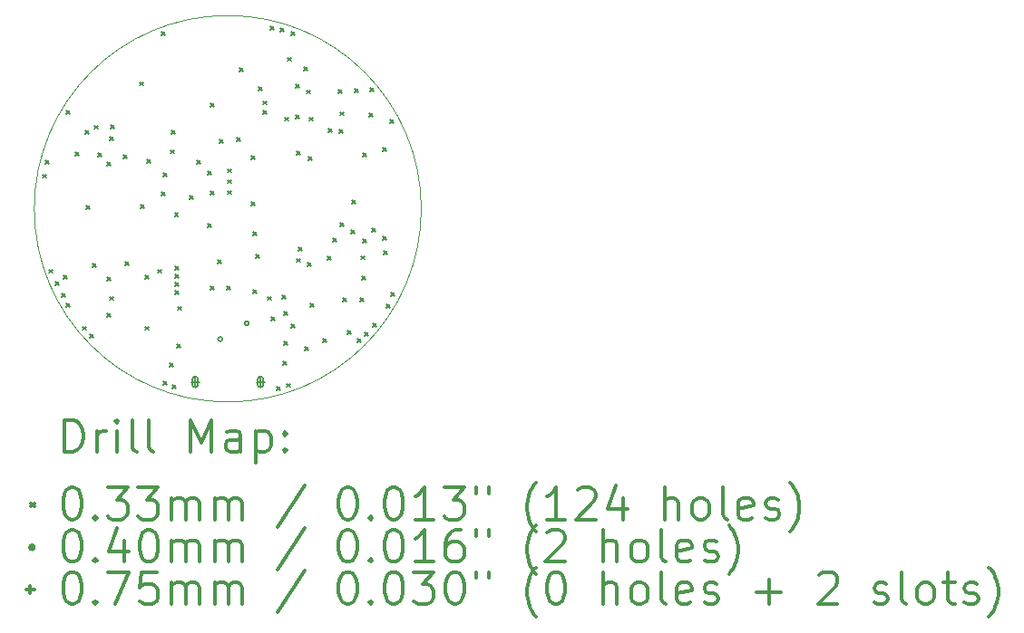
<source format=gbr>
%FSLAX45Y45*%
G04 Gerber Fmt 4.5, Leading zero omitted, Abs format (unit mm)*
G04 Created by KiCad*
%MOMM*%
%LPD*%
G01*
G04 APERTURE LIST*
%TA.AperFunction,Profile*%
%ADD10C,0.050000*%
%TD*%
%ADD11C,0.200000*%
%ADD12C,0.300000*%
G04 APERTURE END LIST*
D10*
X9426260Y-10160000D02*
G75*
G02*
X7620000Y-11966260I-1806260J0D01*
G01*
X7620000Y-11966260D02*
G75*
G02*
X5813740Y-10160000I0J1806260D01*
G01*
X5813740Y-10160000D02*
G75*
G02*
X7620000Y-8353740I1806260J0D01*
G01*
X7620000Y-8353740D02*
G75*
G02*
X9426260Y-10160000I0J-1806260D01*
G01*
D11*
X5888990Y-9838690D02*
X5922010Y-9871710D01*
X5922010Y-9838690D02*
X5888990Y-9871710D01*
X5920740Y-9705340D02*
X5953760Y-9738360D01*
X5953760Y-9705340D02*
X5920740Y-9738360D01*
X5952490Y-10727690D02*
X5985510Y-10760710D01*
X5985510Y-10727690D02*
X5952490Y-10760710D01*
X6010910Y-10839450D02*
X6043930Y-10872470D01*
X6043930Y-10839450D02*
X6010910Y-10872470D01*
X6066790Y-10948670D02*
X6099810Y-10981690D01*
X6099810Y-10948670D02*
X6066790Y-10981690D01*
X6089650Y-10783570D02*
X6122670Y-10816590D01*
X6122670Y-10783570D02*
X6089650Y-10816590D01*
X6109970Y-9239250D02*
X6142990Y-9272270D01*
X6142990Y-9239250D02*
X6109970Y-9272270D01*
X6109970Y-11047730D02*
X6142990Y-11080750D01*
X6142990Y-11047730D02*
X6109970Y-11080750D01*
X6200140Y-9629140D02*
X6233160Y-9662160D01*
X6233160Y-9629140D02*
X6200140Y-9662160D01*
X6262370Y-11261090D02*
X6295390Y-11294110D01*
X6295390Y-11261090D02*
X6262370Y-11294110D01*
X6289040Y-9425940D02*
X6322060Y-9458960D01*
X6322060Y-9425940D02*
X6289040Y-9458960D01*
X6295390Y-10133340D02*
X6328410Y-10166360D01*
X6328410Y-10133340D02*
X6295390Y-10166360D01*
X6328410Y-11332210D02*
X6361430Y-11365230D01*
X6361430Y-11332210D02*
X6328410Y-11365230D01*
X6353810Y-10671810D02*
X6386830Y-10704830D01*
X6386830Y-10671810D02*
X6353810Y-10704830D01*
X6371590Y-9381490D02*
X6404610Y-9414510D01*
X6404610Y-9381490D02*
X6371590Y-9414510D01*
X6411987Y-9643343D02*
X6445007Y-9676363D01*
X6445007Y-9643343D02*
X6411987Y-9676363D01*
X6489529Y-9720884D02*
X6522549Y-9753904D01*
X6522549Y-9720884D02*
X6489529Y-9753904D01*
X6490970Y-11139170D02*
X6523990Y-11172190D01*
X6523990Y-11139170D02*
X6490970Y-11172190D01*
X6496050Y-10798810D02*
X6529070Y-10831830D01*
X6529070Y-10798810D02*
X6496050Y-10831830D01*
X6516370Y-10981690D02*
X6549390Y-11014710D01*
X6549390Y-10981690D02*
X6516370Y-11014710D01*
X6517640Y-9489440D02*
X6550660Y-9522460D01*
X6550660Y-9489440D02*
X6517640Y-9522460D01*
X6523990Y-9375140D02*
X6557010Y-9408160D01*
X6557010Y-9375140D02*
X6523990Y-9408160D01*
X6644640Y-9654540D02*
X6677660Y-9687560D01*
X6677660Y-9654540D02*
X6644640Y-9687560D01*
X6660897Y-10657519D02*
X6693917Y-10690539D01*
X6693917Y-10657519D02*
X6660897Y-10690539D01*
X6795770Y-8975090D02*
X6828790Y-9008110D01*
X6828790Y-8975090D02*
X6795770Y-9008110D01*
X6804781Y-10123779D02*
X6837801Y-10156799D01*
X6837801Y-10123779D02*
X6804781Y-10156799D01*
X6846570Y-10783570D02*
X6879590Y-10816590D01*
X6879590Y-10783570D02*
X6846570Y-10816590D01*
X6846570Y-11261090D02*
X6879590Y-11294110D01*
X6879590Y-11261090D02*
X6846570Y-11294110D01*
X6861810Y-9698980D02*
X6894830Y-9732000D01*
X6894830Y-9698980D02*
X6861810Y-9732000D01*
X6968480Y-10727690D02*
X7001500Y-10760710D01*
X7001500Y-10727690D02*
X6968480Y-10760710D01*
X6998970Y-8507730D02*
X7031990Y-8540750D01*
X7031990Y-8507730D02*
X6998970Y-8540750D01*
X7004050Y-10001250D02*
X7037070Y-10034270D01*
X7037070Y-10001250D02*
X7004050Y-10034270D01*
X7014210Y-11774170D02*
X7047230Y-11807190D01*
X7047230Y-11774170D02*
X7014210Y-11807190D01*
X7019290Y-9822700D02*
X7052310Y-9855720D01*
X7052310Y-9822700D02*
X7019290Y-9855720D01*
X7080250Y-11606530D02*
X7113270Y-11639550D01*
X7113270Y-11606530D02*
X7080250Y-11639550D01*
X7085330Y-9610090D02*
X7118350Y-9643110D01*
X7118350Y-9610090D02*
X7085330Y-9643110D01*
X7090410Y-9427210D02*
X7123430Y-9460230D01*
X7123430Y-9427210D02*
X7090410Y-9460230D01*
X7105650Y-11804650D02*
X7138670Y-11837670D01*
X7138670Y-11804650D02*
X7105650Y-11837670D01*
X7123440Y-10199370D02*
X7156460Y-10232390D01*
X7156460Y-10199370D02*
X7123440Y-10232390D01*
X7125970Y-10697210D02*
X7158990Y-10730230D01*
X7158990Y-10697210D02*
X7125970Y-10730230D01*
X7125970Y-10773410D02*
X7158990Y-10806430D01*
X7158990Y-10773410D02*
X7125970Y-10806430D01*
X7125970Y-10849610D02*
X7158990Y-10882630D01*
X7158990Y-10849610D02*
X7125970Y-10882630D01*
X7125970Y-10925810D02*
X7158990Y-10958830D01*
X7158990Y-10925810D02*
X7125970Y-10958830D01*
X7146290Y-11428730D02*
X7179310Y-11461750D01*
X7179310Y-11428730D02*
X7146290Y-11461750D01*
X7156450Y-11075200D02*
X7189470Y-11108220D01*
X7189470Y-11075200D02*
X7156450Y-11108220D01*
X7261622Y-10038318D02*
X7294642Y-10071338D01*
X7294642Y-10038318D02*
X7261622Y-10071338D01*
X7329170Y-9706610D02*
X7362190Y-9739630D01*
X7362190Y-9706610D02*
X7329170Y-9739630D01*
X7430770Y-10303510D02*
X7463790Y-10336530D01*
X7463790Y-10303510D02*
X7430770Y-10336530D01*
X7433320Y-9808210D02*
X7466340Y-9841230D01*
X7466340Y-9808210D02*
X7433320Y-9841230D01*
X7456170Y-9173210D02*
X7489190Y-9206230D01*
X7489190Y-9173210D02*
X7456170Y-9206230D01*
X7456170Y-10885170D02*
X7489190Y-10918190D01*
X7489190Y-10885170D02*
X7456170Y-10918190D01*
X7461250Y-9996170D02*
X7494270Y-10029190D01*
X7494270Y-9996170D02*
X7461250Y-10029190D01*
X7522941Y-10636672D02*
X7555961Y-10669692D01*
X7555961Y-10636672D02*
X7522941Y-10669692D01*
X7544851Y-9510811D02*
X7577871Y-9543831D01*
X7577871Y-9510811D02*
X7544851Y-9543831D01*
X7608570Y-10885170D02*
X7641590Y-10918190D01*
X7641590Y-10885170D02*
X7608570Y-10918190D01*
X7617090Y-9787890D02*
X7650110Y-9820910D01*
X7650110Y-9787890D02*
X7617090Y-9820910D01*
X7617090Y-9889490D02*
X7650110Y-9922510D01*
X7650110Y-9889490D02*
X7617090Y-9922510D01*
X7617090Y-9991090D02*
X7650110Y-10024110D01*
X7650110Y-9991090D02*
X7617090Y-10024110D01*
X7700010Y-9493250D02*
X7733030Y-9526270D01*
X7733030Y-9493250D02*
X7700010Y-9526270D01*
X7725410Y-8843010D02*
X7758430Y-8876030D01*
X7758430Y-8843010D02*
X7725410Y-8876030D01*
X7842250Y-9665970D02*
X7875270Y-9698990D01*
X7875270Y-9665970D02*
X7842250Y-9698990D01*
X7842250Y-10097770D02*
X7875270Y-10130790D01*
X7875270Y-10097770D02*
X7842250Y-10130790D01*
X7857490Y-10372731D02*
X7890510Y-10405751D01*
X7890510Y-10372731D02*
X7857490Y-10405751D01*
X7857490Y-10920730D02*
X7890510Y-10953750D01*
X7890510Y-10920730D02*
X7857490Y-10953750D01*
X7882890Y-10590231D02*
X7915910Y-10623251D01*
X7915910Y-10590231D02*
X7882890Y-10623251D01*
X7904990Y-9019040D02*
X7938010Y-9052060D01*
X7938010Y-9019040D02*
X7904990Y-9052060D01*
X7952740Y-9152890D02*
X7985760Y-9185910D01*
X7985760Y-9152890D02*
X7952740Y-9185910D01*
X7952740Y-9241470D02*
X7985760Y-9274490D01*
X7985760Y-9241470D02*
X7952740Y-9274490D01*
X7989570Y-10981690D02*
X8022590Y-11014710D01*
X8022590Y-10981690D02*
X7989570Y-11014710D01*
X8020050Y-8451850D02*
X8053070Y-8484870D01*
X8053070Y-8451850D02*
X8020050Y-8484870D01*
X8023915Y-11174002D02*
X8056935Y-11207022D01*
X8056935Y-11174002D02*
X8023915Y-11207022D01*
X8075930Y-11824970D02*
X8108950Y-11857990D01*
X8108950Y-11824970D02*
X8075930Y-11857990D01*
X8106410Y-8472170D02*
X8139430Y-8505190D01*
X8139430Y-8472170D02*
X8106410Y-8505190D01*
X8126730Y-10971530D02*
X8159750Y-11004550D01*
X8159750Y-10971530D02*
X8126730Y-11004550D01*
X8136890Y-11586210D02*
X8169910Y-11619230D01*
X8169910Y-11586210D02*
X8136890Y-11619230D01*
X8141970Y-11118850D02*
X8174990Y-11151870D01*
X8174990Y-11118850D02*
X8141970Y-11151870D01*
X8147050Y-11403330D02*
X8180070Y-11436350D01*
X8180070Y-11403330D02*
X8147050Y-11436350D01*
X8149590Y-9305290D02*
X8182610Y-9338310D01*
X8182610Y-9305290D02*
X8149590Y-9338310D01*
X8172450Y-11794490D02*
X8205470Y-11827510D01*
X8205470Y-11794490D02*
X8172450Y-11827510D01*
X8174990Y-8746490D02*
X8208010Y-8779510D01*
X8208010Y-8746490D02*
X8174990Y-8779510D01*
X8208010Y-8502650D02*
X8241030Y-8535670D01*
X8241030Y-8502650D02*
X8208010Y-8535670D01*
X8208010Y-11242040D02*
X8241030Y-11275060D01*
X8241030Y-11242040D02*
X8208010Y-11275060D01*
X8257540Y-8994140D02*
X8290560Y-9027160D01*
X8290560Y-8994140D02*
X8257540Y-9027160D01*
X8257540Y-9286240D02*
X8290560Y-9319260D01*
X8290560Y-9286240D02*
X8257540Y-9319260D01*
X8258810Y-9620250D02*
X8291830Y-9653270D01*
X8291830Y-9620250D02*
X8258810Y-9653270D01*
X8263890Y-10626090D02*
X8296910Y-10659110D01*
X8296910Y-10626090D02*
X8263890Y-10659110D01*
X8279130Y-10517731D02*
X8312150Y-10550751D01*
X8312150Y-10517731D02*
X8279130Y-10550751D01*
X8329930Y-8837930D02*
X8362950Y-8870950D01*
X8362950Y-8837930D02*
X8329930Y-8870950D01*
X8335010Y-11454130D02*
X8368030Y-11487150D01*
X8368030Y-11454130D02*
X8335010Y-11487150D01*
X8359140Y-9051290D02*
X8392160Y-9084310D01*
X8392160Y-9051290D02*
X8359140Y-9084310D01*
X8365490Y-10666730D02*
X8398510Y-10699750D01*
X8398510Y-10666730D02*
X8365490Y-10699750D01*
X8370570Y-9671050D02*
X8403590Y-9704070D01*
X8403590Y-9671050D02*
X8370570Y-9704070D01*
X8378190Y-9305290D02*
X8411210Y-9338310D01*
X8411210Y-9305290D02*
X8378190Y-9338310D01*
X8391252Y-11045053D02*
X8424272Y-11078073D01*
X8424272Y-11045053D02*
X8391252Y-11078073D01*
X8507730Y-11377930D02*
X8540750Y-11410950D01*
X8540750Y-11377930D02*
X8507730Y-11410950D01*
X8553450Y-10605770D02*
X8586470Y-10638790D01*
X8586470Y-10605770D02*
X8553450Y-10638790D01*
X8557909Y-9411321D02*
X8590929Y-9444341D01*
X8590929Y-9411321D02*
X8557909Y-9444341D01*
X8599170Y-10433050D02*
X8632190Y-10466070D01*
X8632190Y-10433050D02*
X8599170Y-10466070D01*
X8651240Y-9045580D02*
X8684260Y-9078600D01*
X8684260Y-9045580D02*
X8651240Y-9078600D01*
X8657551Y-9416507D02*
X8690571Y-9449527D01*
X8690571Y-9416507D02*
X8657551Y-9449527D01*
X8670265Y-9254465D02*
X8703285Y-9287485D01*
X8703285Y-9254465D02*
X8670265Y-9287485D01*
X8670290Y-10289540D02*
X8703310Y-10322560D01*
X8703310Y-10289540D02*
X8670290Y-10322560D01*
X8695690Y-10996930D02*
X8728710Y-11029950D01*
X8728710Y-10996930D02*
X8695690Y-11029950D01*
X8736330Y-11296650D02*
X8769350Y-11329670D01*
X8769350Y-11296650D02*
X8736330Y-11329670D01*
X8771890Y-10356850D02*
X8804910Y-10389870D01*
X8804910Y-10356850D02*
X8771890Y-10389870D01*
X8776970Y-10077450D02*
X8809990Y-10110470D01*
X8809990Y-10077450D02*
X8776970Y-10110470D01*
X8802370Y-9036050D02*
X8835390Y-9069070D01*
X8835390Y-9036050D02*
X8802370Y-9069070D01*
X8827770Y-11377930D02*
X8860790Y-11410950D01*
X8860790Y-11377930D02*
X8827770Y-11410950D01*
X8855700Y-10991850D02*
X8888720Y-11024870D01*
X8888720Y-10991850D02*
X8855700Y-11024870D01*
X8863330Y-10600690D02*
X8896350Y-10633710D01*
X8896350Y-10600690D02*
X8863330Y-10633710D01*
X8873490Y-10793490D02*
X8906510Y-10826510D01*
X8906510Y-10793490D02*
X8873490Y-10826510D01*
X8878570Y-9640570D02*
X8911590Y-9673590D01*
X8911590Y-9640570D02*
X8878570Y-9673590D01*
X8878570Y-10443210D02*
X8911590Y-10476230D01*
X8911590Y-10443210D02*
X8878570Y-10476230D01*
X8898890Y-11316970D02*
X8931910Y-11349990D01*
X8931910Y-11316970D02*
X8898890Y-11349990D01*
X8936990Y-9267190D02*
X8970010Y-9300210D01*
X8970010Y-9267190D02*
X8936990Y-9300210D01*
X8949690Y-9028430D02*
X8982710Y-9061450D01*
X8982710Y-9028430D02*
X8949690Y-9061450D01*
X8962390Y-10340340D02*
X8995410Y-10373360D01*
X8995410Y-10340340D02*
X8962390Y-10373360D01*
X8970010Y-11233150D02*
X9003030Y-11266170D01*
X9003030Y-11233150D02*
X8970010Y-11266170D01*
X9069960Y-9591780D02*
X9102980Y-9624800D01*
X9102980Y-9591780D02*
X9069960Y-9624800D01*
X9069960Y-10420441D02*
X9102980Y-10453461D01*
X9102980Y-10420441D02*
X9069960Y-10453461D01*
X9076690Y-10554970D02*
X9109710Y-10587990D01*
X9109710Y-10554970D02*
X9076690Y-10587990D01*
X9097010Y-11051540D02*
X9130030Y-11084560D01*
X9130030Y-11051540D02*
X9097010Y-11084560D01*
X9137650Y-9325610D02*
X9170670Y-9358630D01*
X9170670Y-9325610D02*
X9137650Y-9358630D01*
X9142730Y-10946130D02*
X9175750Y-10979150D01*
X9175750Y-10946130D02*
X9142730Y-10979150D01*
X7567500Y-11379200D02*
G75*
G03*
X7567500Y-11379200I-20000J0D01*
G01*
X7815870Y-11231220D02*
G75*
G03*
X7815870Y-11231220I-20000J0D01*
G01*
X7315200Y-11741750D02*
X7315200Y-11816750D01*
X7277700Y-11779250D02*
X7352700Y-11779250D01*
X7287700Y-11756750D02*
X7287700Y-11801750D01*
X7342700Y-11756750D02*
X7342700Y-11801750D01*
X7287700Y-11801750D02*
G75*
G03*
X7342700Y-11801750I27500J0D01*
G01*
X7342700Y-11756750D02*
G75*
G03*
X7287700Y-11756750I-27500J0D01*
G01*
X7924800Y-11741750D02*
X7924800Y-11816750D01*
X7887300Y-11779250D02*
X7962300Y-11779250D01*
X7897300Y-11756750D02*
X7897300Y-11801750D01*
X7952300Y-11756750D02*
X7952300Y-11801750D01*
X7897300Y-11801750D02*
G75*
G03*
X7952300Y-11801750I27500J0D01*
G01*
X7952300Y-11756750D02*
G75*
G03*
X7897300Y-11756750I-27500J0D01*
G01*
D12*
X6097669Y-12434474D02*
X6097669Y-12134474D01*
X6169097Y-12134474D01*
X6211954Y-12148760D01*
X6240526Y-12177331D01*
X6254812Y-12205903D01*
X6269097Y-12263045D01*
X6269097Y-12305903D01*
X6254812Y-12363045D01*
X6240526Y-12391617D01*
X6211954Y-12420188D01*
X6169097Y-12434474D01*
X6097669Y-12434474D01*
X6397669Y-12434474D02*
X6397669Y-12234474D01*
X6397669Y-12291617D02*
X6411954Y-12263045D01*
X6426240Y-12248760D01*
X6454812Y-12234474D01*
X6483383Y-12234474D01*
X6583383Y-12434474D02*
X6583383Y-12234474D01*
X6583383Y-12134474D02*
X6569097Y-12148760D01*
X6583383Y-12163045D01*
X6597669Y-12148760D01*
X6583383Y-12134474D01*
X6583383Y-12163045D01*
X6769097Y-12434474D02*
X6740526Y-12420188D01*
X6726240Y-12391617D01*
X6726240Y-12134474D01*
X6926240Y-12434474D02*
X6897669Y-12420188D01*
X6883383Y-12391617D01*
X6883383Y-12134474D01*
X7269097Y-12434474D02*
X7269097Y-12134474D01*
X7369097Y-12348760D01*
X7469097Y-12134474D01*
X7469097Y-12434474D01*
X7740526Y-12434474D02*
X7740526Y-12277331D01*
X7726240Y-12248760D01*
X7697669Y-12234474D01*
X7640526Y-12234474D01*
X7611954Y-12248760D01*
X7740526Y-12420188D02*
X7711954Y-12434474D01*
X7640526Y-12434474D01*
X7611954Y-12420188D01*
X7597669Y-12391617D01*
X7597669Y-12363045D01*
X7611954Y-12334474D01*
X7640526Y-12320188D01*
X7711954Y-12320188D01*
X7740526Y-12305903D01*
X7883383Y-12234474D02*
X7883383Y-12534474D01*
X7883383Y-12248760D02*
X7911954Y-12234474D01*
X7969097Y-12234474D01*
X7997669Y-12248760D01*
X8011954Y-12263045D01*
X8026240Y-12291617D01*
X8026240Y-12377331D01*
X8011954Y-12405903D01*
X7997669Y-12420188D01*
X7969097Y-12434474D01*
X7911954Y-12434474D01*
X7883383Y-12420188D01*
X8154812Y-12405903D02*
X8169097Y-12420188D01*
X8154812Y-12434474D01*
X8140526Y-12420188D01*
X8154812Y-12405903D01*
X8154812Y-12434474D01*
X8154812Y-12248760D02*
X8169097Y-12263045D01*
X8154812Y-12277331D01*
X8140526Y-12263045D01*
X8154812Y-12248760D01*
X8154812Y-12277331D01*
X5778220Y-12912250D02*
X5811240Y-12945270D01*
X5811240Y-12912250D02*
X5778220Y-12945270D01*
X6154812Y-12764474D02*
X6183383Y-12764474D01*
X6211954Y-12778760D01*
X6226240Y-12793045D01*
X6240526Y-12821617D01*
X6254812Y-12878760D01*
X6254812Y-12950188D01*
X6240526Y-13007331D01*
X6226240Y-13035903D01*
X6211954Y-13050188D01*
X6183383Y-13064474D01*
X6154812Y-13064474D01*
X6126240Y-13050188D01*
X6111954Y-13035903D01*
X6097669Y-13007331D01*
X6083383Y-12950188D01*
X6083383Y-12878760D01*
X6097669Y-12821617D01*
X6111954Y-12793045D01*
X6126240Y-12778760D01*
X6154812Y-12764474D01*
X6383383Y-13035903D02*
X6397669Y-13050188D01*
X6383383Y-13064474D01*
X6369097Y-13050188D01*
X6383383Y-13035903D01*
X6383383Y-13064474D01*
X6497669Y-12764474D02*
X6683383Y-12764474D01*
X6583383Y-12878760D01*
X6626240Y-12878760D01*
X6654812Y-12893045D01*
X6669097Y-12907331D01*
X6683383Y-12935903D01*
X6683383Y-13007331D01*
X6669097Y-13035903D01*
X6654812Y-13050188D01*
X6626240Y-13064474D01*
X6540526Y-13064474D01*
X6511954Y-13050188D01*
X6497669Y-13035903D01*
X6783383Y-12764474D02*
X6969097Y-12764474D01*
X6869097Y-12878760D01*
X6911954Y-12878760D01*
X6940526Y-12893045D01*
X6954812Y-12907331D01*
X6969097Y-12935903D01*
X6969097Y-13007331D01*
X6954812Y-13035903D01*
X6940526Y-13050188D01*
X6911954Y-13064474D01*
X6826240Y-13064474D01*
X6797669Y-13050188D01*
X6783383Y-13035903D01*
X7097669Y-13064474D02*
X7097669Y-12864474D01*
X7097669Y-12893045D02*
X7111954Y-12878760D01*
X7140526Y-12864474D01*
X7183383Y-12864474D01*
X7211954Y-12878760D01*
X7226240Y-12907331D01*
X7226240Y-13064474D01*
X7226240Y-12907331D02*
X7240526Y-12878760D01*
X7269097Y-12864474D01*
X7311954Y-12864474D01*
X7340526Y-12878760D01*
X7354812Y-12907331D01*
X7354812Y-13064474D01*
X7497669Y-13064474D02*
X7497669Y-12864474D01*
X7497669Y-12893045D02*
X7511954Y-12878760D01*
X7540526Y-12864474D01*
X7583383Y-12864474D01*
X7611954Y-12878760D01*
X7626240Y-12907331D01*
X7626240Y-13064474D01*
X7626240Y-12907331D02*
X7640526Y-12878760D01*
X7669097Y-12864474D01*
X7711954Y-12864474D01*
X7740526Y-12878760D01*
X7754812Y-12907331D01*
X7754812Y-13064474D01*
X8340526Y-12750188D02*
X8083383Y-13135903D01*
X8726240Y-12764474D02*
X8754812Y-12764474D01*
X8783383Y-12778760D01*
X8797669Y-12793045D01*
X8811954Y-12821617D01*
X8826240Y-12878760D01*
X8826240Y-12950188D01*
X8811954Y-13007331D01*
X8797669Y-13035903D01*
X8783383Y-13050188D01*
X8754812Y-13064474D01*
X8726240Y-13064474D01*
X8697669Y-13050188D01*
X8683383Y-13035903D01*
X8669097Y-13007331D01*
X8654812Y-12950188D01*
X8654812Y-12878760D01*
X8669097Y-12821617D01*
X8683383Y-12793045D01*
X8697669Y-12778760D01*
X8726240Y-12764474D01*
X8954812Y-13035903D02*
X8969097Y-13050188D01*
X8954812Y-13064474D01*
X8940526Y-13050188D01*
X8954812Y-13035903D01*
X8954812Y-13064474D01*
X9154812Y-12764474D02*
X9183383Y-12764474D01*
X9211954Y-12778760D01*
X9226240Y-12793045D01*
X9240526Y-12821617D01*
X9254812Y-12878760D01*
X9254812Y-12950188D01*
X9240526Y-13007331D01*
X9226240Y-13035903D01*
X9211954Y-13050188D01*
X9183383Y-13064474D01*
X9154812Y-13064474D01*
X9126240Y-13050188D01*
X9111954Y-13035903D01*
X9097669Y-13007331D01*
X9083383Y-12950188D01*
X9083383Y-12878760D01*
X9097669Y-12821617D01*
X9111954Y-12793045D01*
X9126240Y-12778760D01*
X9154812Y-12764474D01*
X9540526Y-13064474D02*
X9369097Y-13064474D01*
X9454812Y-13064474D02*
X9454812Y-12764474D01*
X9426240Y-12807331D01*
X9397669Y-12835903D01*
X9369097Y-12850188D01*
X9640526Y-12764474D02*
X9826240Y-12764474D01*
X9726240Y-12878760D01*
X9769097Y-12878760D01*
X9797669Y-12893045D01*
X9811954Y-12907331D01*
X9826240Y-12935903D01*
X9826240Y-13007331D01*
X9811954Y-13035903D01*
X9797669Y-13050188D01*
X9769097Y-13064474D01*
X9683383Y-13064474D01*
X9654812Y-13050188D01*
X9640526Y-13035903D01*
X9940526Y-12764474D02*
X9940526Y-12821617D01*
X10054812Y-12764474D02*
X10054812Y-12821617D01*
X10497669Y-13178760D02*
X10483383Y-13164474D01*
X10454812Y-13121617D01*
X10440526Y-13093045D01*
X10426240Y-13050188D01*
X10411954Y-12978760D01*
X10411954Y-12921617D01*
X10426240Y-12850188D01*
X10440526Y-12807331D01*
X10454812Y-12778760D01*
X10483383Y-12735903D01*
X10497669Y-12721617D01*
X10769097Y-13064474D02*
X10597669Y-13064474D01*
X10683383Y-13064474D02*
X10683383Y-12764474D01*
X10654812Y-12807331D01*
X10626240Y-12835903D01*
X10597669Y-12850188D01*
X10883383Y-12793045D02*
X10897669Y-12778760D01*
X10926240Y-12764474D01*
X10997669Y-12764474D01*
X11026240Y-12778760D01*
X11040526Y-12793045D01*
X11054812Y-12821617D01*
X11054812Y-12850188D01*
X11040526Y-12893045D01*
X10869097Y-13064474D01*
X11054812Y-13064474D01*
X11311954Y-12864474D02*
X11311954Y-13064474D01*
X11240526Y-12750188D02*
X11169097Y-12964474D01*
X11354812Y-12964474D01*
X11697669Y-13064474D02*
X11697669Y-12764474D01*
X11826240Y-13064474D02*
X11826240Y-12907331D01*
X11811954Y-12878760D01*
X11783383Y-12864474D01*
X11740526Y-12864474D01*
X11711954Y-12878760D01*
X11697669Y-12893045D01*
X12011954Y-13064474D02*
X11983383Y-13050188D01*
X11969097Y-13035903D01*
X11954812Y-13007331D01*
X11954812Y-12921617D01*
X11969097Y-12893045D01*
X11983383Y-12878760D01*
X12011954Y-12864474D01*
X12054812Y-12864474D01*
X12083383Y-12878760D01*
X12097669Y-12893045D01*
X12111954Y-12921617D01*
X12111954Y-13007331D01*
X12097669Y-13035903D01*
X12083383Y-13050188D01*
X12054812Y-13064474D01*
X12011954Y-13064474D01*
X12283383Y-13064474D02*
X12254812Y-13050188D01*
X12240526Y-13021617D01*
X12240526Y-12764474D01*
X12511954Y-13050188D02*
X12483383Y-13064474D01*
X12426240Y-13064474D01*
X12397669Y-13050188D01*
X12383383Y-13021617D01*
X12383383Y-12907331D01*
X12397669Y-12878760D01*
X12426240Y-12864474D01*
X12483383Y-12864474D01*
X12511954Y-12878760D01*
X12526240Y-12907331D01*
X12526240Y-12935903D01*
X12383383Y-12964474D01*
X12640526Y-13050188D02*
X12669097Y-13064474D01*
X12726240Y-13064474D01*
X12754812Y-13050188D01*
X12769097Y-13021617D01*
X12769097Y-13007331D01*
X12754812Y-12978760D01*
X12726240Y-12964474D01*
X12683383Y-12964474D01*
X12654812Y-12950188D01*
X12640526Y-12921617D01*
X12640526Y-12907331D01*
X12654812Y-12878760D01*
X12683383Y-12864474D01*
X12726240Y-12864474D01*
X12754812Y-12878760D01*
X12869097Y-13178760D02*
X12883383Y-13164474D01*
X12911954Y-13121617D01*
X12926240Y-13093045D01*
X12940526Y-13050188D01*
X12954812Y-12978760D01*
X12954812Y-12921617D01*
X12940526Y-12850188D01*
X12926240Y-12807331D01*
X12911954Y-12778760D01*
X12883383Y-12735903D01*
X12869097Y-12721617D01*
X5811240Y-13324760D02*
G75*
G03*
X5811240Y-13324760I-20000J0D01*
G01*
X6154812Y-13160474D02*
X6183383Y-13160474D01*
X6211954Y-13174760D01*
X6226240Y-13189045D01*
X6240526Y-13217617D01*
X6254812Y-13274760D01*
X6254812Y-13346188D01*
X6240526Y-13403331D01*
X6226240Y-13431903D01*
X6211954Y-13446188D01*
X6183383Y-13460474D01*
X6154812Y-13460474D01*
X6126240Y-13446188D01*
X6111954Y-13431903D01*
X6097669Y-13403331D01*
X6083383Y-13346188D01*
X6083383Y-13274760D01*
X6097669Y-13217617D01*
X6111954Y-13189045D01*
X6126240Y-13174760D01*
X6154812Y-13160474D01*
X6383383Y-13431903D02*
X6397669Y-13446188D01*
X6383383Y-13460474D01*
X6369097Y-13446188D01*
X6383383Y-13431903D01*
X6383383Y-13460474D01*
X6654812Y-13260474D02*
X6654812Y-13460474D01*
X6583383Y-13146188D02*
X6511954Y-13360474D01*
X6697669Y-13360474D01*
X6869097Y-13160474D02*
X6897669Y-13160474D01*
X6926240Y-13174760D01*
X6940526Y-13189045D01*
X6954812Y-13217617D01*
X6969097Y-13274760D01*
X6969097Y-13346188D01*
X6954812Y-13403331D01*
X6940526Y-13431903D01*
X6926240Y-13446188D01*
X6897669Y-13460474D01*
X6869097Y-13460474D01*
X6840526Y-13446188D01*
X6826240Y-13431903D01*
X6811954Y-13403331D01*
X6797669Y-13346188D01*
X6797669Y-13274760D01*
X6811954Y-13217617D01*
X6826240Y-13189045D01*
X6840526Y-13174760D01*
X6869097Y-13160474D01*
X7097669Y-13460474D02*
X7097669Y-13260474D01*
X7097669Y-13289045D02*
X7111954Y-13274760D01*
X7140526Y-13260474D01*
X7183383Y-13260474D01*
X7211954Y-13274760D01*
X7226240Y-13303331D01*
X7226240Y-13460474D01*
X7226240Y-13303331D02*
X7240526Y-13274760D01*
X7269097Y-13260474D01*
X7311954Y-13260474D01*
X7340526Y-13274760D01*
X7354812Y-13303331D01*
X7354812Y-13460474D01*
X7497669Y-13460474D02*
X7497669Y-13260474D01*
X7497669Y-13289045D02*
X7511954Y-13274760D01*
X7540526Y-13260474D01*
X7583383Y-13260474D01*
X7611954Y-13274760D01*
X7626240Y-13303331D01*
X7626240Y-13460474D01*
X7626240Y-13303331D02*
X7640526Y-13274760D01*
X7669097Y-13260474D01*
X7711954Y-13260474D01*
X7740526Y-13274760D01*
X7754812Y-13303331D01*
X7754812Y-13460474D01*
X8340526Y-13146188D02*
X8083383Y-13531903D01*
X8726240Y-13160474D02*
X8754812Y-13160474D01*
X8783383Y-13174760D01*
X8797669Y-13189045D01*
X8811954Y-13217617D01*
X8826240Y-13274760D01*
X8826240Y-13346188D01*
X8811954Y-13403331D01*
X8797669Y-13431903D01*
X8783383Y-13446188D01*
X8754812Y-13460474D01*
X8726240Y-13460474D01*
X8697669Y-13446188D01*
X8683383Y-13431903D01*
X8669097Y-13403331D01*
X8654812Y-13346188D01*
X8654812Y-13274760D01*
X8669097Y-13217617D01*
X8683383Y-13189045D01*
X8697669Y-13174760D01*
X8726240Y-13160474D01*
X8954812Y-13431903D02*
X8969097Y-13446188D01*
X8954812Y-13460474D01*
X8940526Y-13446188D01*
X8954812Y-13431903D01*
X8954812Y-13460474D01*
X9154812Y-13160474D02*
X9183383Y-13160474D01*
X9211954Y-13174760D01*
X9226240Y-13189045D01*
X9240526Y-13217617D01*
X9254812Y-13274760D01*
X9254812Y-13346188D01*
X9240526Y-13403331D01*
X9226240Y-13431903D01*
X9211954Y-13446188D01*
X9183383Y-13460474D01*
X9154812Y-13460474D01*
X9126240Y-13446188D01*
X9111954Y-13431903D01*
X9097669Y-13403331D01*
X9083383Y-13346188D01*
X9083383Y-13274760D01*
X9097669Y-13217617D01*
X9111954Y-13189045D01*
X9126240Y-13174760D01*
X9154812Y-13160474D01*
X9540526Y-13460474D02*
X9369097Y-13460474D01*
X9454812Y-13460474D02*
X9454812Y-13160474D01*
X9426240Y-13203331D01*
X9397669Y-13231903D01*
X9369097Y-13246188D01*
X9797669Y-13160474D02*
X9740526Y-13160474D01*
X9711954Y-13174760D01*
X9697669Y-13189045D01*
X9669097Y-13231903D01*
X9654812Y-13289045D01*
X9654812Y-13403331D01*
X9669097Y-13431903D01*
X9683383Y-13446188D01*
X9711954Y-13460474D01*
X9769097Y-13460474D01*
X9797669Y-13446188D01*
X9811954Y-13431903D01*
X9826240Y-13403331D01*
X9826240Y-13331903D01*
X9811954Y-13303331D01*
X9797669Y-13289045D01*
X9769097Y-13274760D01*
X9711954Y-13274760D01*
X9683383Y-13289045D01*
X9669097Y-13303331D01*
X9654812Y-13331903D01*
X9940526Y-13160474D02*
X9940526Y-13217617D01*
X10054812Y-13160474D02*
X10054812Y-13217617D01*
X10497669Y-13574760D02*
X10483383Y-13560474D01*
X10454812Y-13517617D01*
X10440526Y-13489045D01*
X10426240Y-13446188D01*
X10411954Y-13374760D01*
X10411954Y-13317617D01*
X10426240Y-13246188D01*
X10440526Y-13203331D01*
X10454812Y-13174760D01*
X10483383Y-13131903D01*
X10497669Y-13117617D01*
X10597669Y-13189045D02*
X10611954Y-13174760D01*
X10640526Y-13160474D01*
X10711954Y-13160474D01*
X10740526Y-13174760D01*
X10754812Y-13189045D01*
X10769097Y-13217617D01*
X10769097Y-13246188D01*
X10754812Y-13289045D01*
X10583383Y-13460474D01*
X10769097Y-13460474D01*
X11126240Y-13460474D02*
X11126240Y-13160474D01*
X11254812Y-13460474D02*
X11254812Y-13303331D01*
X11240526Y-13274760D01*
X11211954Y-13260474D01*
X11169097Y-13260474D01*
X11140526Y-13274760D01*
X11126240Y-13289045D01*
X11440526Y-13460474D02*
X11411954Y-13446188D01*
X11397669Y-13431903D01*
X11383383Y-13403331D01*
X11383383Y-13317617D01*
X11397669Y-13289045D01*
X11411954Y-13274760D01*
X11440526Y-13260474D01*
X11483383Y-13260474D01*
X11511954Y-13274760D01*
X11526240Y-13289045D01*
X11540526Y-13317617D01*
X11540526Y-13403331D01*
X11526240Y-13431903D01*
X11511954Y-13446188D01*
X11483383Y-13460474D01*
X11440526Y-13460474D01*
X11711954Y-13460474D02*
X11683383Y-13446188D01*
X11669097Y-13417617D01*
X11669097Y-13160474D01*
X11940526Y-13446188D02*
X11911954Y-13460474D01*
X11854812Y-13460474D01*
X11826240Y-13446188D01*
X11811954Y-13417617D01*
X11811954Y-13303331D01*
X11826240Y-13274760D01*
X11854812Y-13260474D01*
X11911954Y-13260474D01*
X11940526Y-13274760D01*
X11954812Y-13303331D01*
X11954812Y-13331903D01*
X11811954Y-13360474D01*
X12069097Y-13446188D02*
X12097669Y-13460474D01*
X12154812Y-13460474D01*
X12183383Y-13446188D01*
X12197669Y-13417617D01*
X12197669Y-13403331D01*
X12183383Y-13374760D01*
X12154812Y-13360474D01*
X12111954Y-13360474D01*
X12083383Y-13346188D01*
X12069097Y-13317617D01*
X12069097Y-13303331D01*
X12083383Y-13274760D01*
X12111954Y-13260474D01*
X12154812Y-13260474D01*
X12183383Y-13274760D01*
X12297669Y-13574760D02*
X12311954Y-13560474D01*
X12340526Y-13517617D01*
X12354812Y-13489045D01*
X12369097Y-13446188D01*
X12383383Y-13374760D01*
X12383383Y-13317617D01*
X12369097Y-13246188D01*
X12354812Y-13203331D01*
X12340526Y-13174760D01*
X12311954Y-13131903D01*
X12297669Y-13117617D01*
X5773740Y-13683260D02*
X5773740Y-13758260D01*
X5736240Y-13720760D02*
X5811240Y-13720760D01*
X6154812Y-13556474D02*
X6183383Y-13556474D01*
X6211954Y-13570760D01*
X6226240Y-13585045D01*
X6240526Y-13613617D01*
X6254812Y-13670760D01*
X6254812Y-13742188D01*
X6240526Y-13799331D01*
X6226240Y-13827903D01*
X6211954Y-13842188D01*
X6183383Y-13856474D01*
X6154812Y-13856474D01*
X6126240Y-13842188D01*
X6111954Y-13827903D01*
X6097669Y-13799331D01*
X6083383Y-13742188D01*
X6083383Y-13670760D01*
X6097669Y-13613617D01*
X6111954Y-13585045D01*
X6126240Y-13570760D01*
X6154812Y-13556474D01*
X6383383Y-13827903D02*
X6397669Y-13842188D01*
X6383383Y-13856474D01*
X6369097Y-13842188D01*
X6383383Y-13827903D01*
X6383383Y-13856474D01*
X6497669Y-13556474D02*
X6697669Y-13556474D01*
X6569097Y-13856474D01*
X6954812Y-13556474D02*
X6811954Y-13556474D01*
X6797669Y-13699331D01*
X6811954Y-13685045D01*
X6840526Y-13670760D01*
X6911954Y-13670760D01*
X6940526Y-13685045D01*
X6954812Y-13699331D01*
X6969097Y-13727903D01*
X6969097Y-13799331D01*
X6954812Y-13827903D01*
X6940526Y-13842188D01*
X6911954Y-13856474D01*
X6840526Y-13856474D01*
X6811954Y-13842188D01*
X6797669Y-13827903D01*
X7097669Y-13856474D02*
X7097669Y-13656474D01*
X7097669Y-13685045D02*
X7111954Y-13670760D01*
X7140526Y-13656474D01*
X7183383Y-13656474D01*
X7211954Y-13670760D01*
X7226240Y-13699331D01*
X7226240Y-13856474D01*
X7226240Y-13699331D02*
X7240526Y-13670760D01*
X7269097Y-13656474D01*
X7311954Y-13656474D01*
X7340526Y-13670760D01*
X7354812Y-13699331D01*
X7354812Y-13856474D01*
X7497669Y-13856474D02*
X7497669Y-13656474D01*
X7497669Y-13685045D02*
X7511954Y-13670760D01*
X7540526Y-13656474D01*
X7583383Y-13656474D01*
X7611954Y-13670760D01*
X7626240Y-13699331D01*
X7626240Y-13856474D01*
X7626240Y-13699331D02*
X7640526Y-13670760D01*
X7669097Y-13656474D01*
X7711954Y-13656474D01*
X7740526Y-13670760D01*
X7754812Y-13699331D01*
X7754812Y-13856474D01*
X8340526Y-13542188D02*
X8083383Y-13927903D01*
X8726240Y-13556474D02*
X8754812Y-13556474D01*
X8783383Y-13570760D01*
X8797669Y-13585045D01*
X8811954Y-13613617D01*
X8826240Y-13670760D01*
X8826240Y-13742188D01*
X8811954Y-13799331D01*
X8797669Y-13827903D01*
X8783383Y-13842188D01*
X8754812Y-13856474D01*
X8726240Y-13856474D01*
X8697669Y-13842188D01*
X8683383Y-13827903D01*
X8669097Y-13799331D01*
X8654812Y-13742188D01*
X8654812Y-13670760D01*
X8669097Y-13613617D01*
X8683383Y-13585045D01*
X8697669Y-13570760D01*
X8726240Y-13556474D01*
X8954812Y-13827903D02*
X8969097Y-13842188D01*
X8954812Y-13856474D01*
X8940526Y-13842188D01*
X8954812Y-13827903D01*
X8954812Y-13856474D01*
X9154812Y-13556474D02*
X9183383Y-13556474D01*
X9211954Y-13570760D01*
X9226240Y-13585045D01*
X9240526Y-13613617D01*
X9254812Y-13670760D01*
X9254812Y-13742188D01*
X9240526Y-13799331D01*
X9226240Y-13827903D01*
X9211954Y-13842188D01*
X9183383Y-13856474D01*
X9154812Y-13856474D01*
X9126240Y-13842188D01*
X9111954Y-13827903D01*
X9097669Y-13799331D01*
X9083383Y-13742188D01*
X9083383Y-13670760D01*
X9097669Y-13613617D01*
X9111954Y-13585045D01*
X9126240Y-13570760D01*
X9154812Y-13556474D01*
X9354812Y-13556474D02*
X9540526Y-13556474D01*
X9440526Y-13670760D01*
X9483383Y-13670760D01*
X9511954Y-13685045D01*
X9526240Y-13699331D01*
X9540526Y-13727903D01*
X9540526Y-13799331D01*
X9526240Y-13827903D01*
X9511954Y-13842188D01*
X9483383Y-13856474D01*
X9397669Y-13856474D01*
X9369097Y-13842188D01*
X9354812Y-13827903D01*
X9726240Y-13556474D02*
X9754812Y-13556474D01*
X9783383Y-13570760D01*
X9797669Y-13585045D01*
X9811954Y-13613617D01*
X9826240Y-13670760D01*
X9826240Y-13742188D01*
X9811954Y-13799331D01*
X9797669Y-13827903D01*
X9783383Y-13842188D01*
X9754812Y-13856474D01*
X9726240Y-13856474D01*
X9697669Y-13842188D01*
X9683383Y-13827903D01*
X9669097Y-13799331D01*
X9654812Y-13742188D01*
X9654812Y-13670760D01*
X9669097Y-13613617D01*
X9683383Y-13585045D01*
X9697669Y-13570760D01*
X9726240Y-13556474D01*
X9940526Y-13556474D02*
X9940526Y-13613617D01*
X10054812Y-13556474D02*
X10054812Y-13613617D01*
X10497669Y-13970760D02*
X10483383Y-13956474D01*
X10454812Y-13913617D01*
X10440526Y-13885045D01*
X10426240Y-13842188D01*
X10411954Y-13770760D01*
X10411954Y-13713617D01*
X10426240Y-13642188D01*
X10440526Y-13599331D01*
X10454812Y-13570760D01*
X10483383Y-13527903D01*
X10497669Y-13513617D01*
X10669097Y-13556474D02*
X10697669Y-13556474D01*
X10726240Y-13570760D01*
X10740526Y-13585045D01*
X10754812Y-13613617D01*
X10769097Y-13670760D01*
X10769097Y-13742188D01*
X10754812Y-13799331D01*
X10740526Y-13827903D01*
X10726240Y-13842188D01*
X10697669Y-13856474D01*
X10669097Y-13856474D01*
X10640526Y-13842188D01*
X10626240Y-13827903D01*
X10611954Y-13799331D01*
X10597669Y-13742188D01*
X10597669Y-13670760D01*
X10611954Y-13613617D01*
X10626240Y-13585045D01*
X10640526Y-13570760D01*
X10669097Y-13556474D01*
X11126240Y-13856474D02*
X11126240Y-13556474D01*
X11254812Y-13856474D02*
X11254812Y-13699331D01*
X11240526Y-13670760D01*
X11211954Y-13656474D01*
X11169097Y-13656474D01*
X11140526Y-13670760D01*
X11126240Y-13685045D01*
X11440526Y-13856474D02*
X11411954Y-13842188D01*
X11397669Y-13827903D01*
X11383383Y-13799331D01*
X11383383Y-13713617D01*
X11397669Y-13685045D01*
X11411954Y-13670760D01*
X11440526Y-13656474D01*
X11483383Y-13656474D01*
X11511954Y-13670760D01*
X11526240Y-13685045D01*
X11540526Y-13713617D01*
X11540526Y-13799331D01*
X11526240Y-13827903D01*
X11511954Y-13842188D01*
X11483383Y-13856474D01*
X11440526Y-13856474D01*
X11711954Y-13856474D02*
X11683383Y-13842188D01*
X11669097Y-13813617D01*
X11669097Y-13556474D01*
X11940526Y-13842188D02*
X11911954Y-13856474D01*
X11854812Y-13856474D01*
X11826240Y-13842188D01*
X11811954Y-13813617D01*
X11811954Y-13699331D01*
X11826240Y-13670760D01*
X11854812Y-13656474D01*
X11911954Y-13656474D01*
X11940526Y-13670760D01*
X11954812Y-13699331D01*
X11954812Y-13727903D01*
X11811954Y-13756474D01*
X12069097Y-13842188D02*
X12097669Y-13856474D01*
X12154812Y-13856474D01*
X12183383Y-13842188D01*
X12197669Y-13813617D01*
X12197669Y-13799331D01*
X12183383Y-13770760D01*
X12154812Y-13756474D01*
X12111954Y-13756474D01*
X12083383Y-13742188D01*
X12069097Y-13713617D01*
X12069097Y-13699331D01*
X12083383Y-13670760D01*
X12111954Y-13656474D01*
X12154812Y-13656474D01*
X12183383Y-13670760D01*
X12554812Y-13742188D02*
X12783383Y-13742188D01*
X12669097Y-13856474D02*
X12669097Y-13627903D01*
X13140526Y-13585045D02*
X13154812Y-13570760D01*
X13183383Y-13556474D01*
X13254812Y-13556474D01*
X13283383Y-13570760D01*
X13297669Y-13585045D01*
X13311954Y-13613617D01*
X13311954Y-13642188D01*
X13297669Y-13685045D01*
X13126240Y-13856474D01*
X13311954Y-13856474D01*
X13654812Y-13842188D02*
X13683383Y-13856474D01*
X13740526Y-13856474D01*
X13769097Y-13842188D01*
X13783383Y-13813617D01*
X13783383Y-13799331D01*
X13769097Y-13770760D01*
X13740526Y-13756474D01*
X13697669Y-13756474D01*
X13669097Y-13742188D01*
X13654812Y-13713617D01*
X13654812Y-13699331D01*
X13669097Y-13670760D01*
X13697669Y-13656474D01*
X13740526Y-13656474D01*
X13769097Y-13670760D01*
X13954812Y-13856474D02*
X13926240Y-13842188D01*
X13911954Y-13813617D01*
X13911954Y-13556474D01*
X14111954Y-13856474D02*
X14083383Y-13842188D01*
X14069097Y-13827903D01*
X14054812Y-13799331D01*
X14054812Y-13713617D01*
X14069097Y-13685045D01*
X14083383Y-13670760D01*
X14111954Y-13656474D01*
X14154812Y-13656474D01*
X14183383Y-13670760D01*
X14197669Y-13685045D01*
X14211954Y-13713617D01*
X14211954Y-13799331D01*
X14197669Y-13827903D01*
X14183383Y-13842188D01*
X14154812Y-13856474D01*
X14111954Y-13856474D01*
X14297669Y-13656474D02*
X14411954Y-13656474D01*
X14340526Y-13556474D02*
X14340526Y-13813617D01*
X14354812Y-13842188D01*
X14383383Y-13856474D01*
X14411954Y-13856474D01*
X14497669Y-13842188D02*
X14526240Y-13856474D01*
X14583383Y-13856474D01*
X14611954Y-13842188D01*
X14626240Y-13813617D01*
X14626240Y-13799331D01*
X14611954Y-13770760D01*
X14583383Y-13756474D01*
X14540526Y-13756474D01*
X14511954Y-13742188D01*
X14497669Y-13713617D01*
X14497669Y-13699331D01*
X14511954Y-13670760D01*
X14540526Y-13656474D01*
X14583383Y-13656474D01*
X14611954Y-13670760D01*
X14726240Y-13970760D02*
X14740526Y-13956474D01*
X14769097Y-13913617D01*
X14783383Y-13885045D01*
X14797669Y-13842188D01*
X14811954Y-13770760D01*
X14811954Y-13713617D01*
X14797669Y-13642188D01*
X14783383Y-13599331D01*
X14769097Y-13570760D01*
X14740526Y-13527903D01*
X14726240Y-13513617D01*
M02*

</source>
